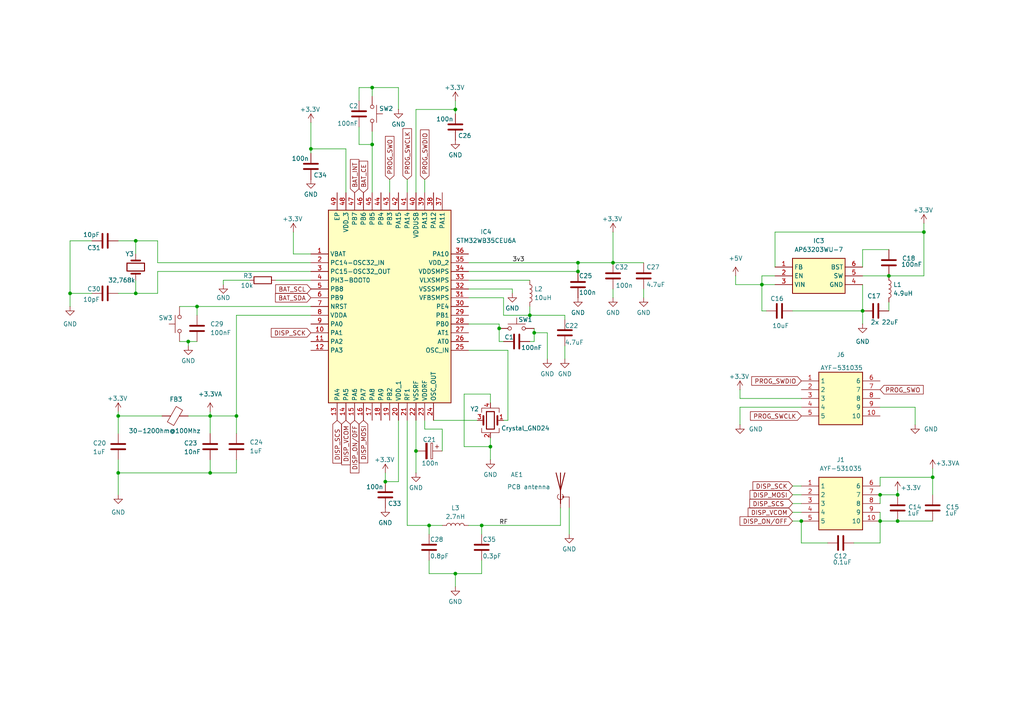
<source format=kicad_sch>
(kicad_sch (version 20250114) (generator "eeschema") (generator_version "9.0")
  (paper "A4")
  (lib_symbols
    (symbol "AP63203WU-7:AP63203WU-7"
      (property "Reference" "IC" (at 21.59 7.62 0))
      (property "Value" "AP63203WU-7" (at 21.59 5.08 0))
      (symbol "AP63203WU-7_1_1"
        (rectangle (start 5.08 2.54) (end 20.32 -7.62) (stroke (width 0.254)) (fill (type background)))
        (pin passive line (at 0 0 0) (length 5.08) (name "FB") (number "1"))
        (pin passive line (at 0 -2.54 0) (length 5.08) (name "EN") (number "2"))
        (pin passive line (at 0 -5.08 0) (length 5.08) (name "VIN") (number "3"))
        (pin passive line (at 25.4 0 180) (length 5.08) (name "BST") (number "6"))
        (pin passive line (at 25.4 -2.54 180) (length 5.08) (name "SW") (number "5"))
        (pin passive line (at 25.4 -5.08 180) (length 5.08) (name "GND") (number "4"))
      )
    )
    (symbol "AYF-531035:AYF-531035"
      (property "Reference" "J" (at 19.05 7.62 0))
      (property "Value" "AYF-531035" (at 19.05 5.08 0))
      (symbol "AYF-531035_1_1"
        (rectangle (start 5.08 2.54) (end 17.78 -12.7) (stroke (width 0.254)) (fill (type background)))
        (pin passive line (at 0 0 0) (length 5.08) (name "1") (number "1"))
        (pin passive line (at 0 -2.54 0) (length 5.08) (name "2") (number "2"))
        (pin passive line (at 0 -5.08 0) (length 5.08) (name "3") (number "3"))
        (pin passive line (at 0 -7.62 0) (length 5.08) (name "4") (number "4"))
        (pin passive line (at 0 -10.16 0) (length 5.08) (name "5") (number "5"))
        (pin passive line (at 22.86 0 180) (length 5.08) (name "6") (number "6"))
        (pin passive line (at 22.86 -2.54 180) (length 5.08) (name "7") (number "7"))
        (pin passive line (at 22.86 -5.08 180) (length 5.08) (name "8") (number "8"))
        (pin passive line (at 22.86 -7.62 180) (length 5.08) (name "9") (number "9"))
        (pin passive line (at 22.86 -10.16 180) (length 5.08) (name "10") (number "10"))
      )
    )
    (symbol "Device:Antenna_Shield" (pin_numbers (hide yes)) (pin_names (offset 1.016) (hide yes))
      (property "Reference" "AE" (at -1.905 4.445 0))
      (property "Value" "Antenna_Shield" (at -1.905 2.54 0))
      (symbol "Antenna_Shield_0_1"
        (arc (start 0 -2.667) (mid -0.8485 -2.1032) (end -0.508 -1.143))
        (polyline (pts (xy 0 5.08) (xy 0 -3.81)) (stroke (width 0.254)))
        (polyline (pts (xy 0 -2.54) (xy 0 0)))
        (arc (start 0.508 -1.143) (mid 0.8046 -2.0885) (end 0 -2.667))
        (polyline (pts (xy 0.762 -1.905) (xy 2.54 -1.905)))
        (circle (center 0.762 -1.905) (radius 0.1778) (fill (type outline)))
        (polyline (pts (xy 1.27 5.08) (xy 0 0) (xy -1.27 5.08)) (stroke (width 0.254)))
        (polyline (pts (xy 2.54 -2.54) (xy 2.54 -1.905)))
      )
      (symbol "Antenna_Shield_1_1"
        (pin input line (at 0 -5.08 90) (length 2.54) (name "A") (number "1"))
        (pin input line (at 2.54 -5.08 90) (length 2.54) (name "Shield") (number "2"))
      )
    )
    (symbol "Device:C" (pin_numbers (hide yes)) (pin_names (offset 0.254))
      (property "Reference" "C" (at 0.635 2.54 0))
      (property "Value" "C" (at 0.635 -2.54 0))
      (symbol "C_0_1"
        (polyline (pts (xy -2.032 0.762) (xy 2.032 0.762)) (stroke (width 0.508)))
        (polyline (pts (xy -2.032 -0.762) (xy 2.032 -0.762)) (stroke (width 0.508)))
      )
      (symbol "C_1_1"
        (pin passive line (at 0 3.81 270) (length 2.794) (name "~") (number "1"))
        (pin passive line (at 0 -3.81 90) (length 2.794) (name "~") (number "2"))
      )
    )
    (symbol "Device:C_Polarized" (pin_numbers (hide yes)) (pin_names (offset 0.254))
      (property "Reference" "C" (at 0.635 2.54 0))
      (property "Value" "C_Polarized" (at 0.635 -2.54 0))
      (symbol "C_Polarized_0_1"
        (rectangle (start -2.286 0.508) (end 2.286 1.016))
        (polyline (pts (xy -1.778 2.286) (xy -0.762 2.286)))
        (polyline (pts (xy -1.27 2.794) (xy -1.27 1.778)))
        (rectangle (start 2.286 -0.508) (end -2.286 -1.016) (fill (type outline)))
      )
      (symbol "C_Polarized_1_1"
        (pin passive line (at 0 3.81 270) (length 2.794) (name "~") (number "1"))
        (pin passive line (at 0 -3.81 90) (length 2.794) (name "~") (number "2"))
      )
    )
    (symbol "Device:Crystal" (pin_numbers (hide yes)) (pin_names (offset 1.016) (hide yes))
      (property "Reference" "Y" (at 0 3.81 0))
      (property "Value" "Crystal" (at 0 -3.81 0))
      (symbol "Crystal_0_1"
        (polyline (pts (xy -2.54 0) (xy -1.905 0)))
        (polyline (pts (xy -1.905 -1.27) (xy -1.905 1.27)) (stroke (width 0.508)))
        (rectangle (start -1.143 2.54) (end 1.143 -2.54) (stroke (width 0.3048)))
        (polyline (pts (xy 1.905 -1.27) (xy 1.905 1.27)) (stroke (width 0.508)))
        (polyline (pts (xy 2.54 0) (xy 1.905 0)))
      )
      (symbol "Crystal_1_1"
        (pin passive line (at -3.81 0 0) (length 1.27) (name "1") (number "1"))
        (pin passive line (at 3.81 0 180) (length 1.27) (name "2") (number "2"))
      )
    )
    (symbol "Device:Crystal_GND24" (pin_names (offset 1.016) (hide yes))
      (property "Reference" "Y" (at 3.175 5.08 0))
      (property "Value" "Crystal_GND24" (at 3.175 3.175 0))
      (symbol "Crystal_GND24_0_1"
        (polyline (pts (xy -2.54 2.286) (xy -2.54 3.556) (xy 2.54 3.556) (xy 2.54 2.286)))
        (polyline (pts (xy -2.54 0) (xy -2.032 0)))
        (polyline (pts (xy -2.54 -2.286) (xy -2.54 -3.556) (xy 2.54 -3.556) (xy 2.54 -2.286)))
        (polyline (pts (xy -2.032 -1.27) (xy -2.032 1.27)) (stroke (width 0.508)))
        (rectangle (start -1.143 2.54) (end 1.143 -2.54) (stroke (width 0.3048)))
        (polyline (pts (xy 0 3.556) (xy 0 3.81)))
        (polyline (pts (xy 0 -3.81) (xy 0 -3.556)))
        (polyline (pts (xy 2.032 0) (xy 2.54 0)))
        (polyline (pts (xy 2.032 -1.27) (xy 2.032 1.27)) (stroke (width 0.508)))
      )
      (symbol "Crystal_GND24_1_1"
        (pin passive line (at -3.81 0 0) (length 1.27) (name "1") (number "1"))
        (pin passive line (at 0 5.08 270) (length 1.27) (name "2") (number "2"))
        (pin passive line (at 0 -5.08 90) (length 1.27) (name "4") (number "4"))
        (pin passive line (at 3.81 0 180) (length 1.27) (name "3") (number "3"))
      )
    )
    (symbol "Device:FerriteBead" (pin_numbers (hide yes)) (pin_names (offset 0))
      (property "Reference" "FB" (at -3.81 0.635 90))
      (property "Value" "FerriteBead" (at 3.81 0 90))
      (symbol "FerriteBead_0_1"
        (polyline (pts (xy -2.7686 0.4064) (xy -1.7018 2.2606) (xy 2.7686 -0.3048) (xy 1.6764 -2.159) (xy -2.7686 0.4064)))
        (polyline (pts (xy 0 1.27) (xy 0 1.2954)))
        (polyline (pts (xy 0 -1.27) (xy 0 -1.2192)))
      )
      (symbol "FerriteBead_1_1"
        (pin passive line (at 0 3.81 270) (length 2.54) (name "~") (number "1"))
        (pin passive line (at 0 -3.81 90) (length 2.54) (name "~") (number "2"))
      )
    )
    (symbol "Device:L" (pin_numbers (hide yes)) (pin_names (offset 1.016) (hide yes))
      (property "Reference" "L" (at -1.27 0 90))
      (property "Value" "L" (at 1.905 0 90))
      (symbol "L_0_1"
        (arc (start 0 2.54) (mid 0.6323 1.905) (end 0 1.27))
        (arc (start 0 1.27) (mid 0.6323 0.635) (end 0 0))
        (arc (start 0 0) (mid 0.6323 -0.635) (end 0 -1.27))
        (arc (start 0 -1.27) (mid 0.6323 -1.905) (end 0 -2.54))
      )
      (symbol "L_1_1"
        (pin passive line (at 0 3.81 270) (length 1.27) (name "1") (number "1"))
        (pin passive line (at 0 -3.81 90) (length 1.27) (name "2") (number "2"))
      )
    )
    (symbol "Device:R" (pin_numbers (hide yes)) (pin_names (offset 0))
      (property "Reference" "R" (at 2.032 0 90))
      (property "Value" "R" (at 0 0 90))
      (symbol "R_0_1"
        (rectangle (start -1.016 -2.54) (end 1.016 2.54) (stroke (width 0.254)))
      )
      (symbol "R_1_1"
        (pin passive line (at 0 3.81 270) (length 1.27) (name "~") (number "1"))
        (pin passive line (at 0 -3.81 90) (length 1.27) (name "~") (number "2"))
      )
    )
    (symbol "STM32WB35CEU6A:STM32WB35CEU6A"
      (property "Reference" "IC" (at 41.91 17.78 0))
      (property "Value" "STM32WB35CEU6A" (at 41.91 15.24 0))
      (symbol "STM32WB35CEU6A_1_1"
        (rectangle (start 5.08 12.7) (end 40.64 -43.18) (stroke (width 0.254)) (fill (type background)))
        (pin passive line (at 0 0 0) (length 5.08) (name "VBAT") (number "1"))
        (pin passive line (at 0 -2.54 0) (length 5.08) (name "PC14-OSC32_IN") (number "2"))
        (pin passive line (at 0 -5.08 0) (length 5.08) (name "PC15-OSC32_OUT") (number "3"))
        (pin passive line (at 0 -7.62 0) (length 5.08) (name "PH3-BOOT0") (number "4"))
        (pin passive line (at 0 -10.16 0) (length 5.08) (name "PB8") (number "5"))
        (pin passive line (at 0 -12.7 0) (length 5.08) (name "PB9") (number "6"))
        (pin passive line (at 0 -15.24 0) (length 5.08) (name "NRST") (number "7"))
        (pin passive line (at 0 -17.78 0) (length 5.08) (name "VDDA") (number "8"))
        (pin passive line (at 0 -20.32 0) (length 5.08) (name "PA0") (number "9"))
        (pin passive line (at 0 -22.86 0) (length 5.08) (name "PA1") (number "10"))
        (pin passive line (at 0 -25.4 0) (length 5.08) (name "PA2") (number "11"))
        (pin passive line (at 0 -27.94 0) (length 5.08) (name "PA3") (number "12"))
        (pin passive line (at 7.62 17.78 270) (length 5.08) (name "EP") (number "49"))
        (pin passive line (at 7.62 -48.26 90) (length 5.08) (name "PA4") (number "13"))
        (pin passive line (at 10.16 17.78 270) (length 5.08) (name "VDD_3") (number "48"))
        (pin passive line (at 10.16 -48.26 90) (length 5.08) (name "PA5") (number "14"))
        (pin passive line (at 12.7 17.78 270) (length 5.08) (name "PB7") (number "47"))
        (pin passive line (at 12.7 -48.26 90) (length 5.08) (name "PA6") (number "15"))
        (pin passive line (at 15.24 17.78 270) (length 5.08) (name "PB6") (number "46"))
        (pin passive line (at 15.24 -48.26 90) (length 5.08) (name "PA7") (number "16"))
        (pin passive line (at 17.78 17.78 270) (length 5.08) (name "PB5") (number "45"))
        (pin passive line (at 17.78 -48.26 90) (length 5.08) (name "PA8") (number "17"))
        (pin passive line (at 20.32 17.78 270) (length 5.08) (name "PB4") (number "44"))
        (pin passive line (at 20.32 -48.26 90) (length 5.08) (name "PA9") (number "18"))
        (pin passive line (at 22.86 17.78 270) (length 5.08) (name "PB3") (number "43"))
        (pin passive line (at 22.86 -48.26 90) (length 5.08) (name "PB2") (number "19"))
        (pin passive line (at 25.4 17.78 270) (length 5.08) (name "PA15") (number "42"))
        (pin passive line (at 25.4 -48.26 90) (length 5.08) (name "VDD_1") (number "20"))
        (pin passive line (at 27.94 17.78 270) (length 5.08) (name "PA14") (number "41"))
        (pin passive line (at 27.94 -48.26 90) (length 5.08) (name "RF1") (number "21"))
        (pin passive line (at 30.48 17.78 270) (length 5.08) (name "VDDUSB") (number "40"))
        (pin passive line (at 30.48 -48.26 90) (length 5.08) (name "VSSRF") (number "22"))
        (pin passive line (at 33.02 17.78 270) (length 5.08) (name "PA13") (number "39"))
        (pin passive line (at 33.02 -48.26 90) (length 5.08) (name "VDDRF") (number "23"))
        (pin passive line (at 35.56 17.78 270) (length 5.08) (name "PA12") (number "38"))
        (pin passive line (at 35.56 -48.26 90) (length 5.08) (name "OSC_OUT") (number "24"))
        (pin passive line (at 38.1 17.78 270) (length 5.08) (name "PA11") (number "37"))
        (pin passive line (at 45.72 0 180) (length 5.08) (name "PA10") (number "36"))
        (pin passive line (at 45.72 -2.54 180) (length 5.08) (name "VDD_2") (number "35"))
        (pin passive line (at 45.72 -5.08 180) (length 5.08) (name "VDDSMPS") (number "34"))
        (pin passive line (at 45.72 -7.62 180) (length 5.08) (name "VLXSMPS") (number "33"))
        (pin passive line (at 45.72 -10.16 180) (length 5.08) (name "VSSSMPS") (number "32"))
        (pin passive line (at 45.72 -12.7 180) (length 5.08) (name "VFBSMPS") (number "31"))
        (pin passive line (at 45.72 -15.24 180) (length 5.08) (name "PE4") (number "30"))
        (pin passive line (at 45.72 -17.78 180) (length 5.08) (name "PB1") (number "29"))
        (pin passive line (at 45.72 -20.32 180) (length 5.08) (name "PB0") (number "28"))
        (pin passive line (at 45.72 -22.86 180) (length 5.08) (name "AT1") (number "27"))
        (pin passive line (at 45.72 -25.4 180) (length 5.08) (name "AT0") (number "26"))
        (pin passive line (at 45.72 -27.94 180) (length 5.08) (name "OSC_IN") (number "25"))
      )
    )
    (symbol "Switch:SW_MEC_5G" (pin_numbers (hide yes)) (pin_names (offset 1.016) (hide yes))
      (property "Reference" "SW" (at 1.27 2.54 0))
      (property "Value" "SW_MEC_5G" (at 0 -1.524 0))
      (symbol "SW_MEC_5G_0_1"
        (circle (center -2.032 0) (radius 0.508))
        (polyline (pts (xy 0 1.27) (xy 0 3.048)))
        (circle (center 2.032 0) (radius 0.508))
        (polyline (pts (xy 2.54 1.27) (xy -2.54 1.27)))
        (pin passive line (at -5.08 0 0) (length 2.54) (name "A") (number "1"))
        (pin passive line (at 5.08 0 180) (length 2.54) (name "B") (number "3"))
      )
      (symbol "SW_MEC_5G_1_1"
        (pin passive line (at -5.08 0 0) (length 2.54) (hide yes) (name "A") (number "2"))
        (pin passive line (at 5.08 0 180) (length 2.54) (hide yes) (name "B") (number "4"))
      )
    )
    (symbol "power:+3.3V" (power) (pin_numbers (hide yes)) (pin_names (offset 0) (hide yes))
      (property "Value" "+3.3V" (at 0 3.556 0))
      (symbol "+3.3V_0_1"
        (polyline (pts (xy -0.762 1.27) (xy 0 2.54)))
        (polyline (pts (xy 0 2.54) (xy 0.762 1.27)))
        (polyline (pts (xy 0 0) (xy 0 2.54)))
      )
      (symbol "+3.3V_1_1"
        (pin power_in line (at 0 0 90) (length 0) (name "~") (number "1"))
      )
    )
    (symbol "power:+3.3VA" (power) (pin_numbers (hide yes)) (pin_names (offset 0) (hide yes))
      (property "Value" "+3.3VA" (at 0 3.556 0))
      (symbol "+3.3VA_0_1"
        (polyline (pts (xy -0.762 1.27) (xy 0 2.54)))
        (polyline (pts (xy 0 2.54) (xy 0.762 1.27)))
        (polyline (pts (xy 0 0) (xy 0 2.54)))
      )
      (symbol "+3.3VA_1_1"
        (pin power_in line (at 0 0 90) (length 0) (name "~") (number "1"))
      )
    )
    (symbol "power:+5V" (power) (pin_numbers (hide yes)) (pin_names (offset 0) (hide yes))
      (property "Value" "+5V" (at 0 3.556 0))
      (symbol "+5V_0_1"
        (polyline (pts (xy -0.762 1.27) (xy 0 2.54)))
        (polyline (pts (xy 0 2.54) (xy 0.762 1.27)))
        (polyline (pts (xy 0 0) (xy 0 2.54)))
      )
      (symbol "+5V_1_1"
        (pin power_in line (at 0 0 90) (length 0) (name "~") (number "1"))
      )
    )
    (symbol "power:GND" (power) (pin_numbers (hide yes)) (pin_names (offset 0) (hide yes))
      (property "Value" "GND" (at 0 -3.81 0))
      (symbol "GND_0_1"
        (polyline (pts (xy 0 0) (xy 0 -1.27) (xy 1.27 -1.27) (xy 0 -2.54) (xy -1.27 -1.27) (xy 0 -1.27)))
      )
      (symbol "GND_1_1"
        (pin power_in line (at 0 0 270) (length 0) (name "~") (number "1"))
      )
    )
  )
  (junction (at 60.96 137.16))
  (junction (at 90.17 43.18))
  (junction (at 34.29 137.16))
  (junction (at 124.46 152.4))
  (junction (at 54.61 99.06))
  (junction (at 34.29 120.65))
  (junction (at 60.96 120.65))
  (junction (at 154.94 96.52))
  (junction (at 177.8 76.2))
  (junction (at 132.08 31.75))
  (junction (at 255.27 143.51))
  (junction (at 250.19 90.17))
  (junction (at 267.97 67.31))
  (junction (at 39.37 85.09))
  (junction (at 167.64 78.74))
  (junction (at 270.51 138.43))
  (junction (at 120.65 130.81))
  (junction (at 132.08 166.37))
  (junction (at 260.35 151.13))
  (junction (at 107.95 41.91))
  (junction (at 57.15 88.9))
  (junction (at 167.64 76.2))
  (junction (at 255.27 151.13))
  (junction (at 144.78 95.25))
  (junction (at 68.58 120.65))
  (junction (at 153.67 91.44))
  (junction (at 232.41 151.13))
  (junction (at 20.32 85.09))
  (junction (at 111.76 139.7))
  (junction (at 107.95 25.4))
  (junction (at 260.35 143.51))
  (junction (at 220.98 82.55))
  (junction (at 39.37 69.85))
  (junction (at 142.24 129.54))
  (junction (at 257.81 80.01))
  (junction (at 139.7 152.4))
  (wire (pts (xy 104.14 36.83) (xy 104.14 41.91)))
  (wire (pts (xy 135.89 81.28) (xy 153.67 81.28)))
  (wire (pts (xy 250.19 80.01) (xy 257.81 80.01)))
  (wire (pts (xy 57.15 88.9) (xy 90.17 88.9)))
  (wire (pts (xy 54.61 99.06) (xy 57.15 99.06)))
  (wire (pts (xy 34.29 143.51) (xy 34.29 137.16)))
  (wire (pts (xy 132.08 166.37) (xy 139.7 166.37)))
  (wire (pts (xy 90.17 35.56) (xy 90.17 43.18)))
  (wire (pts (xy 146.05 91.44) (xy 146.05 86.36)))
  (wire (pts (xy 224.79 82.55) (xy 220.98 82.55)))
  (wire (pts (xy 214.63 118.11) (xy 232.41 118.11)))
  (wire (pts (xy 120.65 130.81) (xy 120.65 137.16)))
  (wire (pts (xy 54.61 120.65) (xy 60.96 120.65)))
  (wire (pts (xy 158.75 104.14) (xy 158.75 96.52)))
  (wire (pts (xy 229.87 143.51) (xy 232.41 143.51)))
  (wire (pts (xy 68.58 91.44) (xy 68.58 120.65)))
  (wire (pts (xy 220.98 90.17) (xy 220.98 82.55)))
  (wire (pts (xy 154.94 96.52) (xy 158.75 96.52)))
  (wire (pts (xy 229.87 140.97) (xy 232.41 140.97)))
  (wire (pts (xy 52.07 99.06) (xy 54.61 99.06)))
  (wire (pts (xy 142.24 114.3) (xy 142.24 116.84)))
  (wire (pts (xy 255.27 143.51) (xy 260.35 143.51)))
  (wire (pts (xy 142.24 114.3) (xy 134.62 114.3)))
  (wire (pts (xy 68.58 137.16) (xy 68.58 133.35)))
  (wire (pts (xy 146.05 121.92) (xy 147.32 121.92)))
  (wire (pts (xy 20.32 88.9) (xy 20.32 85.09)))
  (wire (pts (xy 64.77 81.28) (xy 72.39 81.28)))
  (wire (pts (xy 220.98 82.55) (xy 220.98 80.01)))
  (wire (pts (xy 90.17 43.18) (xy 100.33 43.18)))
  (wire (pts (xy 45.72 69.85) (xy 45.72 76.2)))
  (wire (pts (xy 147.32 101.6) (xy 135.89 101.6)))
  (wire (pts (xy 20.32 85.09) (xy 20.32 69.85)))
  (wire (pts (xy 52.07 88.9) (xy 57.15 88.9)))
  (wire (pts (xy 255.27 157.48) (xy 255.27 151.13)))
  (wire (pts (xy 90.17 78.74) (xy 45.72 78.74)))
  (wire (pts (xy 26.67 85.09) (xy 20.32 85.09)))
  (wire (pts (xy 139.7 152.4) (xy 135.89 152.4)))
  (wire (pts (xy 232.41 157.48) (xy 240.03 157.48)))
  (wire (pts (xy 34.29 69.85) (xy 39.37 69.85)))
  (wire (pts (xy 34.29 119.38) (xy 34.29 120.65)))
  (wire (pts (xy 125.73 121.92) (xy 138.43 121.92)))
  (wire (pts (xy 115.57 25.4) (xy 107.95 25.4)))
  (wire (pts (xy 104.14 25.4) (xy 104.14 29.21)))
  (wire (pts (xy 107.95 25.4) (xy 104.14 25.4)))
  (wire (pts (xy 163.83 104.14) (xy 163.83 100.33)))
  (wire (pts (xy 134.62 129.54) (xy 142.24 129.54)))
  (wire (pts (xy 107.95 41.91) (xy 107.95 55.88)))
  (wire (pts (xy 162.56 147.32) (xy 162.56 152.4)))
  (wire (pts (xy 85.09 67.31) (xy 85.09 73.66)))
  (wire (pts (xy 177.8 67.31) (xy 177.8 76.2)))
  (wire (pts (xy 118.11 52.07) (xy 118.11 55.88)))
  (wire (pts (xy 132.08 31.75) (xy 120.65 31.75)))
  (wire (pts (xy 250.19 72.39) (xy 250.19 77.47)))
  (wire (pts (xy 132.08 31.75) (xy 132.08 33.02)))
  (wire (pts (xy 34.29 85.09) (xy 39.37 85.09)))
  (wire (pts (xy 124.46 152.4) (xy 128.27 152.4)))
  (wire (pts (xy 224.79 67.31) (xy 267.97 67.31)))
  (wire (pts (xy 267.97 80.01) (xy 257.81 80.01)))
  (wire (pts (xy 132.08 170.18) (xy 132.08 166.37)))
  (wire (pts (xy 68.58 120.65) (xy 68.58 125.73)))
  (wire (pts (xy 267.97 67.31) (xy 267.97 80.01)))
  (wire (pts (xy 139.7 166.37) (xy 139.7 162.56)))
  (wire (pts (xy 148.59 83.82) (xy 148.59 85.09)))
  (wire (pts (xy 163.83 91.44) (xy 153.67 91.44)))
  (wire (pts (xy 154.94 96.52) (xy 154.94 99.06)))
  (wire (pts (xy 120.65 121.92) (xy 120.65 130.81)))
  (wire (pts (xy 124.46 166.37) (xy 124.46 162.56)))
  (wire (pts (xy 229.87 151.13) (xy 232.41 151.13)))
  (wire (pts (xy 146.05 86.36) (xy 135.89 86.36)))
  (wire (pts (xy 163.83 92.71) (xy 163.83 91.44)))
  (wire (pts (xy 270.51 138.43) (xy 270.51 143.51)))
  (wire (pts (xy 265.43 123.19) (xy 265.43 118.11)))
  (wire (pts (xy 139.7 152.4) (xy 162.56 152.4)))
  (wire (pts (xy 120.65 31.75) (xy 120.65 55.88)))
  (wire (pts (xy 255.27 151.13) (xy 260.35 151.13)))
  (wire (pts (xy 60.96 119.38) (xy 60.96 120.65)))
  (wire (pts (xy 260.35 151.13) (xy 270.51 151.13)))
  (wire (pts (xy 255.27 138.43) (xy 270.51 138.43)))
  (wire (pts (xy 124.46 166.37) (xy 132.08 166.37)))
  (wire (pts (xy 115.57 139.7) (xy 111.76 139.7)))
  (wire (pts (xy 167.64 78.74) (xy 167.64 76.2)))
  (wire (pts (xy 165.1 147.32) (xy 165.1 154.94)))
  (wire (pts (xy 144.78 99.06) (xy 144.78 95.25)))
  (wire (pts (xy 123.19 52.07) (xy 123.19 55.88)))
  (wire (pts (xy 45.72 76.2) (xy 90.17 76.2)))
  (wire (pts (xy 186.69 86.36) (xy 186.69 83.82)))
  (wire (pts (xy 39.37 85.09) (xy 39.37 81.28)))
  (wire (pts (xy 115.57 25.4) (xy 115.57 31.75)))
  (wire (pts (xy 34.29 120.65) (xy 46.99 120.65)))
  (wire (pts (xy 250.19 90.17) (xy 250.19 93.98)))
  (wire (pts (xy 115.57 121.92) (xy 115.57 139.7)))
  (wire (pts (xy 135.89 83.82) (xy 148.59 83.82)))
  (wire (pts (xy 142.24 129.54) (xy 142.24 127)))
  (wire (pts (xy 214.63 123.19) (xy 214.63 118.11)))
  (wire (pts (xy 267.97 64.77) (xy 267.97 67.31)))
  (wire (pts (xy 255.27 148.59) (xy 255.27 151.13)))
  (wire (pts (xy 34.29 137.16) (xy 34.29 133.35)))
  (wire (pts (xy 60.96 120.65) (xy 60.96 125.73)))
  (wire (pts (xy 250.19 90.17) (xy 250.19 82.55)))
  (wire (pts (xy 153.67 91.44) (xy 146.05 91.44)))
  (wire (pts (xy 80.01 81.28) (xy 90.17 81.28)))
  (wire (pts (xy 90.17 43.18) (xy 90.17 44.45)))
  (wire (pts (xy 135.89 76.2) (xy 167.64 76.2)))
  (wire (pts (xy 85.09 73.66) (xy 90.17 73.66)))
  (wire (pts (xy 257.81 87.63) (xy 257.81 90.17)))
  (wire (pts (xy 220.98 80.01) (xy 224.79 80.01)))
  (wire (pts (xy 111.76 137.16) (xy 111.76 139.7)))
  (wire (pts (xy 107.95 41.91) (xy 107.95 38.1)))
  (wire (pts (xy 134.62 114.3) (xy 134.62 129.54)))
  (wire (pts (xy 34.29 137.16) (xy 60.96 137.16)))
  (wire (pts (xy 118.11 121.92) (xy 118.11 152.4)))
  (wire (pts (xy 124.46 154.94) (xy 124.46 152.4)))
  (wire (pts (xy 100.33 43.18) (xy 100.33 55.88)))
  (wire (pts (xy 177.8 76.2) (xy 186.69 76.2)))
  (wire (pts (xy 123.19 124.46) (xy 123.19 121.92)))
  (wire (pts (xy 214.63 115.57) (xy 214.63 113.03)))
  (wire (pts (xy 135.89 78.74) (xy 167.64 78.74)))
  (wire (pts (xy 39.37 85.09) (xy 45.72 85.09)))
  (wire (pts (xy 270.51 135.89) (xy 270.51 138.43)))
  (wire (pts (xy 222.25 90.17) (xy 220.98 90.17)))
  (wire (pts (xy 20.32 69.85) (xy 26.67 69.85)))
  (wire (pts (xy 177.8 83.82) (xy 177.8 86.36)))
  (wire (pts (xy 247.65 157.48) (xy 255.27 157.48)))
  (wire (pts (xy 104.14 41.91) (xy 107.95 41.91)))
  (wire (pts (xy 154.94 99.06) (xy 153.67 99.06)))
  (wire (pts (xy 113.03 52.07) (xy 113.03 55.88)))
  (wire (pts (xy 57.15 88.9) (xy 57.15 91.44)))
  (wire (pts (xy 39.37 69.85) (xy 45.72 69.85)))
  (wire (pts (xy 153.67 91.44) (xy 153.67 88.9)))
  (wire (pts (xy 213.36 80.01) (xy 213.36 82.55)))
  (wire (pts (xy 60.96 137.16) (xy 68.58 137.16)))
  (wire (pts (xy 68.58 91.44) (xy 90.17 91.44)))
  (wire (pts (xy 213.36 82.55) (xy 220.98 82.55)))
  (wire (pts (xy 34.29 125.73) (xy 34.29 120.65)))
  (wire (pts (xy 118.11 152.4) (xy 124.46 152.4)))
  (wire (pts (xy 45.72 78.74) (xy 45.72 85.09)))
  (wire (pts (xy 167.64 76.2) (xy 177.8 76.2)))
  (wire (pts (xy 132.08 29.21) (xy 132.08 31.75)))
  (wire (pts (xy 128.27 124.46) (xy 123.19 124.46)))
  (wire (pts (xy 154.94 96.52) (xy 154.94 95.25)))
  (wire (pts (xy 229.87 146.05) (xy 232.41 146.05)))
  (wire (pts (xy 214.63 115.57) (xy 232.41 115.57)))
  (wire (pts (xy 39.37 69.85) (xy 39.37 73.66)))
  (wire (pts (xy 144.78 93.98) (xy 144.78 95.25)))
  (wire (pts (xy 60.96 137.16) (xy 60.96 133.35)))
  (wire (pts (xy 139.7 154.94) (xy 139.7 152.4)))
  (wire (pts (xy 147.32 121.92) (xy 147.32 101.6)))
  (wire (pts (xy 68.58 120.65) (xy 60.96 120.65)))
  (wire (pts (xy 255.27 118.11) (xy 265.43 118.11)))
  (wire (pts (xy 260.35 142.24) (xy 260.35 143.51)))
  (wire (pts (xy 146.05 99.06) (xy 144.78 99.06)))
  (wire (pts (xy 232.41 151.13) (xy 232.41 157.48)))
  (wire (pts (xy 229.87 90.17) (xy 250.19 90.17)))
  (wire (pts (xy 135.89 93.98) (xy 144.78 93.98)))
  (wire (pts (xy 255.27 138.43) (xy 255.27 140.97)))
  (wire (pts (xy 229.87 148.59) (xy 232.41 148.59)))
  (wire (pts (xy 64.77 82.55) (xy 64.77 81.28)))
  (wire (pts (xy 255.27 143.51) (xy 255.27 146.05)))
  (wire (pts (xy 128.27 130.81) (xy 128.27 124.46)))
  (wire (pts (xy 142.24 133.35) (xy 142.24 129.54)))
  (wire (pts (xy 250.19 72.39) (xy 257.81 72.39)))
  (wire (pts (xy 107.95 25.4) (xy 107.95 27.94)))
  (wire (pts (xy 224.79 67.31) (xy 224.79 77.47)))
  (wire (pts (xy 54.61 100.33) (xy 54.61 99.06)))
  (label "RF" (at 144.78 152.4 0))
  (label "3v3" (at 148.59 76.2 0))
  (global_label "DISP_VCOM" (shape input) (at 100.33 121.92 270) (property "Intersheetrefs" "${INTERSHEET_REFS}" (effects (hide yes))))
  (global_label "DISP_MOSI" (shape input) (at 105.41 121.92 270) (property "Intersheetrefs" "${INTERSHEET_REFS}" (effects (hide yes))))
  (global_label "DISP_ON{slash}OFF" (shape input) (at 229.87 151.13 180) (property "Intersheetrefs" "${INTERSHEET_REFS}" (effects (hide yes))))
  (global_label "DISP_ON{slash}OFF" (shape input) (at 102.87 121.92 270) (property "Intersheetrefs" "${INTERSHEET_REFS}" (effects (hide yes))))
  (global_label "PROG_SWDIO" (shape input) (at 232.41 110.49 180) (property "Intersheetrefs" "${INTERSHEET_REFS}" (effects (hide yes))))
  (global_label "DISP_MOSI" (shape input) (at 229.87 143.51 180) (property "Intersheetrefs" "${INTERSHEET_REFS}" (effects (hide yes))))
  (global_label "BAT_INT" (shape input) (at 102.87 55.88 90) (property "Intersheetrefs" "${INTERSHEET_REFS}" (effects (hide yes))))
  (global_label "PROG_SWDIO" (shape input) (at 123.19 52.07 90) (property "Intersheetrefs" "${INTERSHEET_REFS}" (effects (hide yes))))
  (global_label "PROG_SWCLK" (shape input) (at 118.11 52.07 90) (property "Intersheetrefs" "${INTERSHEET_REFS}" (effects (hide yes))))
  (global_label "PROG_SWO" (shape input) (at 113.03 52.07 90) (property "Intersheetrefs" "${INTERSHEET_REFS}" (effects (hide yes))))
  (global_label "BAT_SCL" (shape input) (at 90.17 83.82 180) (property "Intersheetrefs" "${INTERSHEET_REFS}" (effects (hide yes))))
  (global_label "DISP_VCOM" (shape input) (at 229.87 148.59 180) (property "Intersheetrefs" "${INTERSHEET_REFS}" (effects (hide yes))))
  (global_label "BAT_SDA" (shape input) (at 90.17 86.36 180) (property "Intersheetrefs" "${INTERSHEET_REFS}" (effects (hide yes))))
  (global_label "PROG_SWCLK" (shape input) (at 232.41 120.65 180) (property "Intersheetrefs" "${INTERSHEET_REFS}" (effects (hide yes))))
  (global_label "DISP_SCS " (shape input) (at 229.87 146.05 180) (property "Intersheetrefs" "${INTERSHEET_REFS}" (effects (hide yes))))
  (global_label "DISP_SCK" (shape input) (at 229.87 140.97 180) (property "Intersheetrefs" "${INTERSHEET_REFS}" (effects (hide yes))))
  (global_label "DISP_SCK" (shape input) (at 90.17 96.52 180) (property "Intersheetrefs" "${INTERSHEET_REFS}" (effects (hide yes))))
  (global_label "PROG_SWO" (shape input) (at 255.27 113.03 0) (property "Intersheetrefs" "${INTERSHEET_REFS}" (effects (hide yes))))
  (global_label "BAT_CE" (shape input) (at 105.41 55.88 90) (property "Intersheetrefs" "${INTERSHEET_REFS}" (effects (hide yes))))
  (global_label "DISP_SCS " (shape input) (at 97.79 121.92 270) (property "Intersheetrefs" "${INTERSHEET_REFS}" (effects (hide yes))))
  (symbol (lib_id "Device:C_Polarized") (at 124.46 130.81 270) (unit 1)
    (property "Reference" "C21" (at 126.492 127.508 90) (effects (justify right)))
    (property "Value" "100n" (at 127.254 134.366 90) (effects (justify right)))
    (property "Footprint" "Capacitor_SMD:C_0201_0603Metric" (effects (hide yes)))
    (property "Description" "Polarized capacitor" (effects (hide yes)))
  )
  (symbol (lib_id "Device:C") (at 30.48 69.85 90) (unit 1)
    (property "Reference" "C31" (at 29.21 71.882 90) (effects (justify left)))
    (property "Value" "10pF" (at 28.956 68.072 90) (effects (justify left)))
    (property "Footprint" "Capacitor_SMD:C_0201_0603Metric" (effects (hide yes)))
    (property "Description" "Unpolarized capacitor" (effects (hide yes)))
  )
  (symbol (lib_id "Device:C") (at 163.83 96.52 0) (unit 1)
    (property "Reference" "C22" (at 163.83 94.488 0) (effects (justify left)))
    (property "Value" "4.7uF" (at 163.83 99.314 0) (effects (justify left)))
    (property "Footprint" "Capacitor_SMD:C_0201_0603Metric" (effects (hide yes)))
    (property "Description" "Unpolarized capacitor" (effects (hide yes)))
  )
  (symbol (lib_id "power:+3.3V") (at 132.08 29.21 0) (unit 1)
    (property "Reference" "#PWR036" (effects (hide yes)))
    (property "Value" "+3.3V" (at 131.826 25.4 0))
    (property "Description" "Power symbol creates a global label with name \"+3.3V\"" (effects (hide yes)))
  )
  (symbol (lib_id "Device:C") (at 257.81 76.2 0) (unit 1)
    (property "Reference" "C18" (at 261.62 74.9299 0) (effects (justify left)))
    (property "Value" "100nF" (at 261.366 76.708 0) (effects (justify left)))
    (property "Footprint" "Capacitor_SMD:C_0805_2012Metric" (effects (hide yes)))
    (property "Description" "Unpolarized capacitor" (effects (hide yes)))
  )
  (symbol (lib_id "Device:Crystal") (at 39.37 77.47 90) (unit 1)
    (property "Reference" "Y3" (at 37.592 73.66 90))
    (property "Value" "32,768k" (at 35.306 81.28 90))
    (property "Footprint" "Crystal:Crystal_SMD_3215-2Pin_3.2x1.5mm" (effects (hide yes)))
    (property "Datasheet" "https://www.lcsc.com/datasheet/C5116076.pdf" (effects (hide yes)))
    (property "Description" "Two pin crystal" (effects (hide yes)))
  )
  (symbol (lib_id "Device:C") (at 90.17 48.26 0) (unit 1)
    (property "Reference" "C34" (at 90.932 50.8 0) (effects (justify left)))
    (property "Value" "100n" (at 84.582 45.974 0) (effects (justify left)))
    (property "Footprint" "Capacitor_SMD:C_0201_0603Metric" (effects (hide yes)))
    (property "Description" "Unpolarized capacitor" (effects (hide yes)))
  )
  (symbol (lib_id "power:GND") (at 64.77 82.55 0) (unit 1)
    (property "Reference" "#PWR046" (effects (hide yes)))
    (property "Value" "GND" (at 64.77 86.36 0))
    (property "Description" "Power symbol creates a global label with name \"GND\" , ground" (effects (hide yes)))
  )
  (symbol (lib_id "Device:C") (at 149.86 99.06 90) (unit 1)
    (property "Reference" "C1" (at 146.304 97.79 90) (effects (justify right)))
    (property "Value" "100nF" (at 151.13 100.838 90) (effects (justify right)))
    (property "Footprint" "Capacitor_SMD:C_0201_0603Metric" (effects (hide yes)))
    (property "Description" "Unpolarized capacitor" (effects (hide yes)))
  )
  (symbol (lib_id "Device:C") (at 177.8 80.01 0) (unit 1)
    (property "Reference" "C32" (at 178.308 77.47 0) (effects (justify left)))
    (property "Value" "100n" (at 178.562 82.804 0) (effects (justify left)))
    (property "Footprint" "Capacitor_SMD:C_0201_0603Metric" (effects (hide yes)))
    (property "Description" "Unpolarized capacitor" (effects (hide yes)))
  )
  (symbol (lib_id "Device:C") (at 57.15 95.25 180) (unit 1)
    (property "Reference" "C29" (at 60.96 93.9799 0) (effects (justify right)))
    (property "Value" "100nF" (at 60.96 96.5199 0) (effects (justify right)))
    (property "Footprint" "Capacitor_SMD:C_0201_0603Metric" (effects (hide yes)))
    (property "Description" "Unpolarized capacitor" (effects (hide yes)))
  )
  (symbol (lib_id "Device:L") (at 153.67 85.09 0) (unit 1)
    (property "Reference" "L2" (at 154.94 83.8199 0) (effects (justify left)))
    (property "Value" "10uH" (at 154.94 86.3599 0) (effects (justify left)))
    (property "Footprint" "Inductor_SMD:L_0603_1608Metric" (effects (hide yes)))
    (property "Description" "Inductor" (effects (hide yes)))
  )
  (symbol (lib_id "power:GND") (at 186.69 86.36 0) (unit 1)
    (property "Reference" "#PWR047" (effects (hide yes)))
    (property "Value" "GND" (at 186.69 90.678 0))
    (property "Description" "Power symbol creates a global label with name \"GND\" , ground" (effects (hide yes)))
  )
  (symbol (lib_id "AYF-531035:AYF-531035") (at 232.41 140.97 0) (unit 1)
    (property "Reference" "J1" (at 243.84 133.35 0))
    (property "Value" "AYF-531035" (at 243.84 135.89 0))
    (property "Footprint" "AYF-531035:AYF531035" (effects (hide yes)))
    (property "Datasheet" "https://www3.panasonic.biz/ac/e_download/control/connector/fpc-ffc/catalog/con_eng_y5bw.pdf?f_cd=200562&via=ok" (effects (hide yes)))
    (property "Description" "FFC & FPC Connectors FPC CONN Y5B 10 CON" (effects (hide yes)))
    (property "Manufacturer_Name" "Panasonic" (effects (hide yes)))
    (property "Manufacturer_Part_Number" "AYF-531035" (effects (hide yes)))
  )
  (symbol (lib_id "Device:C") (at 60.96 129.54 0) (unit 1)
    (property "Reference" "C23" (at 53.34 128.524 0) (effects (justify left)))
    (property "Value" "10nF" (at 53.34 131.064 0) (effects (justify left)))
    (property "Footprint" "Capacitor_SMD:C_0201_0603Metric" (effects (hide yes)))
    (property "Description" "Unpolarized capacitor" (effects (hide yes)))
  )
  (symbol (lib_id "Device:C") (at 226.06 90.17 90) (unit 1)
    (property "Reference" "C16" (at 227.33 86.614 90) (effects (justify left)))
    (property "Value" "10uF" (at 228.854 94.488 90) (effects (justify left)))
    (property "Footprint" "Capacitor_SMD:C_0805_2012Metric" (effects (hide yes)))
    (property "Description" "Unpolarized capacitor" (effects (hide yes)))
  )
  (symbol (lib_id "Device:R") (at 76.2 81.28 90) (unit 1)
    (property "Reference" "R3" (at 71.882 80.01 90))
    (property "Value" "10k" (at 71.628 82.804 90))
    (property "Footprint" "Resistor_SMD:R_0201_0603Metric" (effects (hide yes)))
    (property "Description" "Resistor" (effects (hide yes)))
  )
  (symbol (lib_id "Device:C") (at 111.76 143.51 0) (unit 1)
    (property "Reference" "C33" (at 112.522 146.05 0) (effects (justify left)))
    (property "Value" "100n" (at 106.172 141.224 0) (effects (justify left)))
    (property "Footprint" "Capacitor_SMD:C_0201_0603Metric" (effects (hide yes)))
    (property "Description" "Unpolarized capacitor" (effects (hide yes)))
  )
  (symbol (lib_id "Device:Crystal_GND24") (at 142.24 121.92 180) (unit 1)
    (property "Reference" "Y2" (at 137.668 118.618 0))
    (property "Value" "Crystal_GND24" (at 152.4 124.206 0))
    (property "Footprint" "Crystal:Crystal_SMD_2016-4Pin_2.0x1.6mm" (effects (hide yes)))
    (property "Description" "Four pin crystal, GND on pins 2 and 4" (effects (hide yes)))
  )
  (symbol (lib_id "power:GND") (at 142.24 133.35 0) (unit 1)
    (property "Reference" "#PWR048" (effects (hide yes)))
    (property "Value" "GND" (at 142.24 137.668 0))
    (property "Description" "Power symbol creates a global label with name \"GND\" , ground" (effects (hide yes)))
  )
  (symbol (lib_id "Switch:SW_MEC_5G") (at 107.95 33.02 270) (unit 1)
    (property "Reference" "SW2" (at 114.046 31.496 90) (effects (justify right)))
    (property "Value" "SW_MEC_5G" (effects (hide yes)))
    (property "Footprint" "CUSTOM:Switch small but not that small" (effects (hide yes)))
    (property "Datasheet" "http://www.apem.com/int/index.php?controller=attachment&id_attachment=488" (effects (hide yes)))
    (property "Description" "MEC 5G single pole normally-open tactile switch" (effects (hide yes)))
  )
  (symbol (lib_id "power:+3.3V") (at 267.97 64.77 0) (unit 1)
    (property "Reference" "#PWR026" (effects (hide yes)))
    (property "Value" "+3.3V" (at 267.716 60.96 0))
    (property "Description" "Power symbol creates a global label with name \"+3.3V\"" (effects (hide yes)))
  )
  (symbol (lib_id "power:+3.3V") (at 260.35 142.24 0) (unit 1)
    (property "Reference" "#PWR018" (effects (hide yes)))
    (property "Value" "+3.3V" (at 264.16 141.478 0))
    (property "Description" "Power symbol creates a global label with name \"+3.3V\"" (effects (hide yes)))
  )
  (symbol (lib_id "Device:C") (at 243.84 157.48 270) (unit 1)
    (property "Reference" "C12" (at 241.808 161.29 90) (effects (justify left)))
    (property "Value" "0.1uF" (at 241.554 163.0681 90) (effects (justify left)))
    (property "Footprint" "Capacitor_SMD:C_0201_0603Metric" (effects (hide yes)))
    (property "Description" "Unpolarized capacitor" (effects (hide yes)))
  )
  (symbol (lib_id "power:GND") (at 163.83 104.14 0) (unit 1)
    (property "Reference" "#PWR035" (effects (hide yes)))
    (property "Value" "GND" (at 163.83 108.458 0))
    (property "Description" "Power symbol creates a global label with name \"GND\" , ground" (effects (hide yes)))
  )
  (symbol (lib_id "Device:L") (at 257.81 83.82 0) (unit 1)
    (property "Reference" "L1" (at 259.08 82.5499 0) (effects (justify left)))
    (property "Value" "4.9uH" (at 259.08 85.09 0) (effects (justify left)))
    (property "Footprint" "Inductor_SMD:L_0201_0603Metric" (effects (hide yes)))
    (property "Description" "Inductor" (effects (hide yes)))
  )
  (symbol (lib_id "AP63203WU-7:AP63203WU-7") (at 224.79 77.47 0) (unit 1)
    (property "Reference" "IC3" (at 237.49 69.85 0))
    (property "Value" "AP63203WU-7" (at 237.49 72.39 0))
    (property "Footprint" "AP63203WU-7:AP63203WU7" (effects (hide yes)))
    (property "Datasheet" "https://www.diodes.com/assets/Datasheets/AP63200-AP63201-AP63203-AP63205.pdf" (effects (hide yes)))
    (property "Description" "Switching Voltage Regulators DCDC Conv HV Buck TSOT26 T&R 3K" (effects (hide yes)))
    (property "Height" "1" (effects (hide yes)))
    (property "Manufacturer_Name" "Diodes Incorporated" (effects (hide yes)))
    (property "Manufacturer_Part_Number" "AP63203WU-7" (effects (hide yes)))
    (property "Mouser Part Number" "621-AP63203WU-7" (effects (hide yes)))
    (property "Mouser Price/Stock" "https://www.mouser.co.uk/ProductDetail/Diodes-Incorporated/AP63203WU-7?qs=u16ybLDytRZ1JqxbuLkMJw%3D%3D" (effects (hide yes)))
    (property "Arrow Part Number" "AP63203WU-7" (effects (hide yes)))
    (property "Arrow Price/Stock" "https://www.arrow.com/en/products/ap63203wu-7/diodes-incorporated?utm_currency=USD&region=europe" (effects (hide yes)))
  )
  (symbol (lib_id "Device:C") (at 270.51 147.32 0) (unit 1)
    (property "Reference" "C15" (at 274.32 147.0659 0) (effects (justify left)))
    (property "Value" "1uF" (at 274.066 148.844 0) (effects (justify left)))
    (property "Footprint" "Capacitor_SMD:C_0201_0603Metric" (effects (hide yes)))
    (property "Description" "Unpolarized capacitor" (effects (hide yes)))
  )
  (symbol (lib_id "power:+3.3V") (at 90.17 35.56 0) (unit 1)
    (property "Reference" "#PWR044" (effects (hide yes)))
    (property "Value" "+3.3V" (at 89.916 31.75 0))
    (property "Description" "Power symbol creates a global label with name \"+3.3V\"" (effects (hide yes)))
  )
  (symbol (lib_id "Device:C") (at 167.64 82.55 0) (unit 1)
    (property "Reference" "C25" (at 167.894 80.01 0) (effects (justify left)))
    (property "Value" "100n" (at 167.894 84.836 0) (effects (justify left)))
    (property "Footprint" "Capacitor_SMD:C_0201_0603Metric" (effects (hide yes)))
    (property "Description" "Unpolarized capacitor" (effects (hide yes)))
  )
  (symbol (lib_id "power:+3.3V") (at 214.63 113.03 0) (unit 1)
    (property "Reference" "#PWR022" (effects (hide yes)))
    (property "Value" "+3.3V" (at 214.376 109.22 0))
    (property "Description" "Power symbol creates a global label with name \"+3.3V\"" (effects (hide yes)))
  )
  (symbol (lib_id "power:GND") (at 177.8 86.36 0) (unit 1)
    (property "Reference" "#PWR042" (effects (hide yes)))
    (property "Value" "GND" (at 177.8 90.678 0))
    (property "Description" "Power symbol creates a global label with name \"GND\" , ground" (effects (hide yes)))
  )
  (symbol (lib_id "Device:FerriteBead") (at 50.8 120.65 90) (unit 1)
    (property "Reference" "FB3" (at 51.054 115.824 90))
    (property "Value" "30-120Ohm@100Mhz" (at 47.752 124.968 90))
    (property "Footprint" "Resistor_SMD:R_0805_2012Metric" (effects (hide yes)))
    (property "Description" "Ferrite bead" (effects (hide yes)))
  )
  (symbol (lib_id "Device:L") (at 132.08 152.4 90) (unit 1)
    (property "Reference" "L3" (at 132.08 147.32 90))
    (property "Value" "2.7nH" (at 132.08 149.86 90))
    (property "Footprint" "Inductor_SMD:L_0201_0603Metric" (effects (hide yes)))
    (property "Description" "Inductor" (effects (hide yes)))
  )
  (symbol (lib_id "power:GND") (at 265.43 123.19 0) (unit 1)
    (property "Reference" "#PWR025" (effects (hide yes)))
    (property "Value" "GND" (at 267.97 124.4599 0) (effects (justify left)))
    (property "Description" "Power symbol creates a global label with name \"GND\" , ground" (effects (hide yes)))
  )
  (symbol (lib_id "power:+3.3V") (at 34.29 119.38 0) (unit 1)
    (property "Reference" "#PWR028" (effects (hide yes)))
    (property "Value" "+3.3V" (at 34.036 115.57 0))
    (property "Description" "Power symbol creates a global label with name \"+3.3V\"" (effects (hide yes)))
  )
  (symbol (lib_id "STM32WB35CEU6A:STM32WB35CEU6A") (at 90.17 73.66 0) (unit 1)
    (property "Reference" "IC4" (at 140.97 67.2398 0))
    (property "Value" "STM32WB35CEU6A" (at 140.97 69.7798 0))
    (property "Footprint" "STM32WB35CEU6A:QFN50P700X700X60-49N-D" (effects (hide yes)))
    (property "Datasheet" "https://componentsearchengine.com/Datasheets/2/STM32WB35CEU6A.pdf" (effects (hide yes)))
    (property "Description" "ARM Microcontrollers - MCU 16/32-BITS MICROS" (effects (hide yes)))
    (property "Height" "0.6" (effects (hide yes)))
    (property "Manufacturer_Name" "STMicroelectronics" (effects (hide yes)))
    (property "Manufacturer_Part_Number" "STM32WB35CEU6A" (effects (hide yes)))
    (property "Mouser Part Number" "511-STM32WB35CEU6A" (effects (hide yes)))
    (property "Mouser Price/Stock" "https://www.mouser.co.uk/ProductDetail/STMicroelectronics/STM32WB35CEU6A?qs=DPoM0jnrROX%252BdiHaOx6y1Q%3D%3D" (effects (hide yes)))
    (property "Arrow Part Number" "STM32WB35CEU6A" (effects (hide yes)))
    (property "Arrow Price/Stock" "https://www.arrow.com/en/products/stm32wb35ceu6a/stmicroelectronics?region=nac" (effects (hide yes)))
  )
  (symbol (lib_id "power:GND") (at 115.57 31.75 0) (unit 1)
    (property "Reference" "#PWR03" (effects (hide yes)))
    (property "Value" "GND" (at 115.57 36.068 0))
    (property "Description" "Power symbol creates a global label with name \"GND\" , ground" (effects (hide yes)))
  )
  (symbol (lib_id "power:GND") (at 167.64 86.36 0) (unit 1)
    (property "Reference" "#PWR034" (effects (hide yes)))
    (property "Value" "GND" (at 167.64 90.678 0))
    (property "Description" "Power symbol creates a global label with name \"GND\" , ground" (effects (hide yes)))
  )
  (symbol (lib_id "power:GND") (at 214.63 123.19 0) (unit 1)
    (property "Reference" "#PWR01" (effects (hide yes)))
    (property "Value" "GND" (at 217.17 124.4599 0) (effects (justify left)))
    (property "Description" "Power symbol creates a global label with name \"GND\" , ground" (effects (hide yes)))
  )
  (symbol (lib_id "power:+3.3V") (at 177.8 67.31 0) (unit 1)
    (property "Reference" "#PWR040" (effects (hide yes)))
    (property "Value" "+3.3V" (at 177.546 63.5 0))
    (property "Description" "Power symbol creates a global label with name \"+3.3V\"" (effects (hide yes)))
  )
  (symbol (lib_id "power:GND") (at 250.19 93.98 0) (unit 1)
    (property "Reference" "#PWR024" (effects (hide yes)))
    (property "Value" "GND" (at 250.19 99.06 0))
    (property "Description" "Power symbol creates a global label with name \"GND\" , ground" (effects (hide yes)))
  )
  (symbol (lib_id "Device:C") (at 260.35 147.32 0) (unit 1)
    (property "Reference" "C14" (at 263.398 147.066 0) (effects (justify left)))
    (property "Value" "1uF" (at 263.144 148.8441 0) (effects (justify left)))
    (property "Footprint" "Capacitor_SMD:C_0201_0603Metric" (effects (hide yes)))
    (property "Description" "Unpolarized capacitor" (effects (hide yes)))
  )
  (symbol (lib_id "power:+3.3VA") (at 60.96 119.38 0) (unit 1)
    (property "Reference" "#PWR030" (effects (hide yes)))
    (property "Value" "+3.3VA" (at 60.96 114.3 0))
    (property "Description" "Power symbol creates a global label with name \"+3.3VA\"" (effects (hide yes)))
  )
  (symbol (lib_id "Device:C") (at 186.69 80.01 0) (unit 1)
    (property "Reference" "C27" (at 187.452 77.47 0) (effects (justify left)))
    (property "Value" "4.7uF" (at 187.452 82.55 0) (effects (justify left)))
    (property "Footprint" "Capacitor_SMD:C_0201_0603Metric" (effects (hide yes)))
    (property "Description" "Unpolarized capacitor" (effects (hide yes)))
  )
  (symbol (lib_id "Device:C") (at 34.29 129.54 0) (unit 1)
    (property "Reference" "C20" (at 26.924 128.524 0) (effects (justify left)))
    (property "Value" "1uF" (at 26.924 131.064 0) (effects (justify left)))
    (property "Footprint" "Capacitor_SMD:C_0201_0603Metric" (effects (hide yes)))
    (property "Description" "Unpolarized capacitor" (effects (hide yes)))
  )
  (symbol (lib_id "power:GND") (at 148.59 85.09 0) (unit 1)
    (property "Reference" "#PWR033" (effects (hide yes)))
    (property "Value" "GND" (at 148.59 89.408 0))
    (property "Description" "Power symbol creates a global label with name \"GND\" , ground" (effects (hide yes)))
  )
  (symbol (lib_id "Device:C") (at 254 90.17 90) (unit 1)
    (property "Reference" "C17" (at 253.492 85.852 90))
    (property "Value" "2x 22uF" (at 256.54 93.472 90))
    (property "Footprint" "Capacitor_SMD:C_0805_2012Metric" (effects (hide yes)))
    (property "Description" "Unpolarized capacitor" (effects (hide yes)))
  )
  (symbol (lib_id "power:GND") (at 54.61 100.33 0) (unit 1)
    (property "Reference" "#PWR031" (effects (hide yes)))
    (property "Value" "GND" (at 54.61 104.648 0))
    (property "Description" "Power symbol creates a global label with name \"GND\" , ground" (effects (hide yes)))
  )
  (symbol (lib_id "power:GND") (at 34.29 143.51 0) (unit 1)
    (property "Reference" "#PWR029" (effects (hide yes)))
    (property "Value" "GND" (at 34.29 148.59 0))
    (property "Description" "Power symbol creates a global label with name \"GND\" , ground" (effects (hide yes)))
  )
  (symbol (lib_id "Switch:SW_MEC_5G") (at 52.07 93.98 90) (unit 1)
    (property "Reference" "SW3" (at 45.974 92.202 90) (effects (justify right)))
    (property "Value" "SW_MEC_5G" (effects (hide yes)))
    (property "Footprint" "CUSTOM:SWITCH small" (effects (hide yes)))
    (property "Datasheet" "http://www.apem.com/int/index.php?controller=attachment&id_attachment=488" (effects (hide yes)))
    (property "Description" "MEC 5G single pole normally-open tactile switch" (effects (hide yes)))
  )
  (symbol (lib_id "Device:C") (at 132.08 36.83 0) (unit 1)
    (property "Reference" "C26" (at 132.842 39.37 0) (effects (justify left)))
    (property "Value" "100n" (at 126.492 34.544 0) (effects (justify left)))
    (property "Footprint" "Capacitor_SMD:C_0201_0603Metric" (effects (hide yes)))
    (property "Description" "Unpolarized capacitor" (effects (hide yes)))
  )
  (symbol (lib_id "power:GND") (at 132.08 170.18 0) (unit 1)
    (property "Reference" "#PWR049" (effects (hide yes)))
    (property "Value" "GND" (at 132.08 174.498 0))
    (property "Description" "Power symbol creates a global label with name \"GND\" , ground" (effects (hide yes)))
  )
  (symbol (lib_id "Device:C") (at 68.58 129.54 0) (unit 1)
    (property "Reference" "C24" (at 72.39 128.2699 0) (effects (justify left)))
    (property "Value" "1uF" (at 72.39 130.8099 0) (effects (justify left)))
    (property "Footprint" "Capacitor_SMD:C_0201_0603Metric" (effects (hide yes)))
    (property "Description" "Unpolarized capacitor" (effects (hide yes)))
  )
  (symbol (lib_id "power:GND") (at 90.17 52.07 0) (unit 1)
    (property "Reference" "#PWR045" (effects (hide yes)))
    (property "Value" "GND" (at 90.17 56.388 0))
    (property "Description" "Power symbol creates a global label with name \"GND\" , ground" (effects (hide yes)))
  )
  (symbol (lib_id "Device:C") (at 30.48 85.09 90) (unit 1)
    (property "Reference" "C30" (at 29.21 83.82 90) (effects (justify left)))
    (property "Value" "10pF" (at 28.956 86.868 90) (effects (justify left)))
    (property "Footprint" "Capacitor_SMD:C_0201_0603Metric" (effects (hide yes)))
    (property "Description" "Unpolarized capacitor" (effects (hide yes)))
  )
  (symbol (lib_id "power:+3.3VA") (at 270.51 135.89 0) (unit 1)
    (property "Reference" "#PWR019" (effects (hide yes)))
    (property "Value" "+3.3VA" (at 274.828 134.366 0))
    (property "Description" "Power symbol creates a global label with name \"+3.3VA\"" (effects (hide yes)))
  )
  (symbol (lib_id "power:GND") (at 158.75 104.14 0) (unit 1)
    (property "Reference" "#PWR02" (effects (hide yes)))
    (property "Value" "GND" (at 158.75 108.458 0))
    (property "Description" "Power symbol creates a global label with name \"GND\" , ground" (effects (hide yes)))
  )
  (symbol (lib_id "power:GND") (at 120.65 137.16 0) (unit 1)
    (property "Reference" "#PWR032" (effects (hide yes)))
    (property "Value" "GND" (at 120.65 141.478 0))
    (property "Description" "Power symbol creates a global label with name \"GND\" , ground" (effects (hide yes)))
  )
  (symbol (lib_id "Device:C") (at 139.7 158.75 0) (unit 1)
    (property "Reference" "C35" (at 139.954 156.464 0) (effects (justify left)))
    (property "Value" "0.3pF" (at 139.954 161.29 0) (effects (justify left)))
    (property "Footprint" "Capacitor_SMD:C_0201_0603Metric" (effects (hide yes)))
    (property "Description" "Unpolarized capacitor" (effects (hide yes)))
  )
  (symbol (lib_id "power:+3.3V") (at 111.76 137.16 0) (unit 1)
    (property "Reference" "#PWR041" (effects (hide yes)))
    (property "Value" "+3.3V" (at 111.506 133.35 0))
    (property "Description" "Power symbol creates a global label with name \"+3.3V\"" (effects (hide yes)))
  )
  (symbol (lib_id "power:GND") (at 132.08 40.64 0) (unit 1)
    (property "Reference" "#PWR037" (effects (hide yes)))
    (property "Value" "GND" (at 132.08 44.958 0))
    (property "Description" "Power symbol creates a global label with name \"GND\" , ground" (effects (hide yes)))
  )
  (symbol (lib_id "Device:Antenna_Shield") (at 162.56 142.24 0) (unit 1)
    (property "Reference" "AE1" (at 148.082 137.668 0) (effects (justify left)))
    (property "Value" "PCB antenna" (at 147.066 141.224 0) (effects (justify left)))
    (property "Footprint" "RF_Antenna:Texas_SWRA117D_2.4GHz_Right" (effects (hide yes)))
    (property "Description" "Antenna with extra pin for shielding" (effects (hide yes)))
  )
  (symbol (lib_id "power:GND") (at 111.76 147.32 0) (unit 1)
    (property "Reference" "#PWR043" (effects (hide yes)))
    (property "Value" "GND" (at 111.76 151.638 0))
    (property "Description" "Power symbol creates a global label with name \"GND\" , ground" (effects (hide yes)))
  )
  (symbol (lib_id "Device:C") (at 124.46 158.75 0) (unit 1)
    (property "Reference" "C28" (at 124.714 156.464 0) (effects (justify left)))
    (property "Value" "0.8pF" (at 124.714 161.29 0) (effects (justify left)))
    (property "Footprint" "Capacitor_SMD:C_0201_0603Metric" (effects (hide yes)))
    (property "Description" "Unpolarized capacitor" (effects (hide yes)))
  )
  (symbol (lib_id "power:GND") (at 165.1 154.94 0) (unit 1)
    (property "Reference" "#PWR051" (effects (hide yes)))
    (property "Value" "GND" (at 165.1 159.258 0))
    (property "Description" "Power symbol creates a global label with name \"GND\" , ground" (effects (hide yes)))
  )
  (symbol (lib_id "power:+5V") (at 213.36 80.01 0) (unit 1)
    (property "Reference" "#PWR020" (effects (hide yes)))
    (property "Value" "+5V" (at 213.36 74.93 0))
    (property "Description" "Power symbol creates a global label with name \"+5V\"" (effects (hide yes)))
  )
  (symbol (lib_id "power:GND") (at 20.32 88.9 0) (unit 1)
    (property "Reference" "#PWR039" (effects (hide yes)))
    (property "Value" "GND" (at 20.32 93.98 0))
    (property "Description" "Power symbol creates a global label with name \"GND\" , ground" (effects (hide yes)))
  )
  (symbol (lib_id "Device:C") (at 104.14 33.02 0) (unit 1)
    (property "Reference" "C2" (at 103.886 30.734 0) (effects (justify right)))
    (property "Value" "100nF" (at 103.886 35.814 0) (effects (justify right)))
    (property "Footprint" "Capacitor_SMD:C_0201_0603Metric" (effects (hide yes)))
    (property "Description" "Unpolarized capacitor" (effects (hide yes)))
  )
  (symbol (lib_id "Switch:SW_MEC_5G") (at 149.86 95.25 0) (unit 1)
    (property "Reference" "SW1" (at 154.432 92.71 0) (effects (justify right)))
    (property "Value" "SW_MEC_5G" (effects (hide yes)))
    (property "Footprint" "CUSTOM:Switch small but not that small" (effects (hide yes)))
    (property "Datasheet" "http://www.apem.com/int/index.php?controller=attachment&id_attachment=488" (effects (hide yes)))
    (property "Description" "MEC 5G single pole normally-open tactile switch" (effects (hide yes)))
  )
  (symbol (lib_id "AYF-531035:AYF-531035") (at 232.41 110.49 0) (unit 1)
    (property "Reference" "J6" (at 243.84 102.87 0))
    (property "Value" "AYF-531035" (at 244.094 106.68 0))
    (property "Footprint" "AYF-531035:AYF531035" (effects (hide yes)))
    (property "Datasheet" "https://www3.panasonic.biz/ac/e_download/control/connector/fpc-ffc/catalog/con_eng_y5bw.pdf?f_cd=200562&via=ok" (effects (hide yes)))
    (property "Description" "FFC & FPC Connectors FPC CONN Y5B 10 CON" (effects (hide yes)))
    (property "Manufacturer_Name" "Panasonic" (effects (hide yes)))
    (property "Manufacturer_Part_Number" "AYF-531035" (effects (hide yes)))
  )
  (symbol (lib_id "power:+3.3V") (at 85.09 67.31 0) (unit 1)
    (property "Reference" "#PWR038" (effects (hide yes)))
    (property "Value" "+3.3V" (at 84.836 63.5 0))
    (property "Description" "Power symbol creates a global label with name \"+3.3V\"" (effects (hide yes)))
  )
)
</source>
